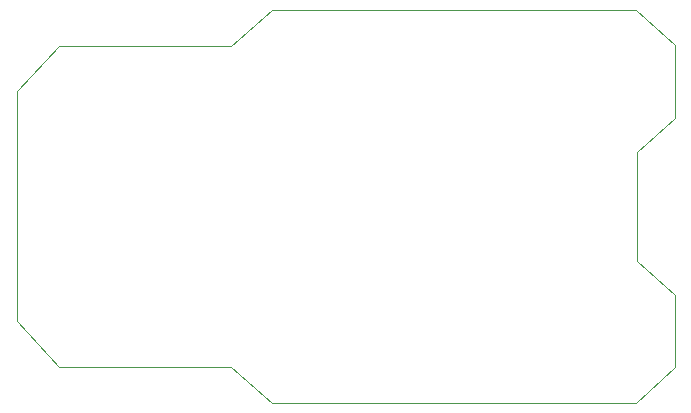
<source format=gbr>
%TF.GenerationSoftware,KiCad,Pcbnew,9.0.3*%
%TF.CreationDate,2025-08-23T20:39:03+05:00*%
%TF.ProjectId,esp-32-new,6573702d-3332-42d6-9e65-772e6b696361,rev?*%
%TF.SameCoordinates,Original*%
%TF.FileFunction,Profile,NP*%
%FSLAX46Y46*%
G04 Gerber Fmt 4.6, Leading zero omitted, Abs format (unit mm)*
G04 Created by KiCad (PCBNEW 9.0.3) date 2025-08-23 20:39:03*
%MOMM*%
%LPD*%
G01*
G04 APERTURE LIST*
%TA.AperFunction,Profile*%
%ADD10C,0.050000*%
%TD*%
G04 APERTURE END LIST*
D10*
X71950000Y-122900000D02*
X86570000Y-122900000D01*
X86570000Y-95740000D02*
X89990000Y-92670000D01*
X89990000Y-92670000D02*
X120840000Y-92680000D01*
X68390000Y-99600000D02*
X71950000Y-95740000D01*
X89990000Y-125970000D02*
X120840000Y-125960000D01*
X124080000Y-116800000D02*
X120900000Y-113950000D01*
X124080000Y-95700000D02*
X124080000Y-101840000D01*
X124080000Y-122940000D02*
X124080000Y-116800000D01*
X120840000Y-125960000D02*
X124080000Y-122940000D01*
X68390000Y-119040000D02*
X71950000Y-122900000D01*
X71950000Y-95740000D02*
X86570000Y-95740000D01*
X86570000Y-122900000D02*
X89990000Y-125970000D01*
X120900000Y-113950000D02*
X120900000Y-104690000D01*
X68390000Y-119040000D02*
X68390000Y-99600000D01*
X124080000Y-101840000D02*
X120900000Y-104690000D01*
X120840000Y-92680000D02*
X124080000Y-95700000D01*
M02*

</source>
